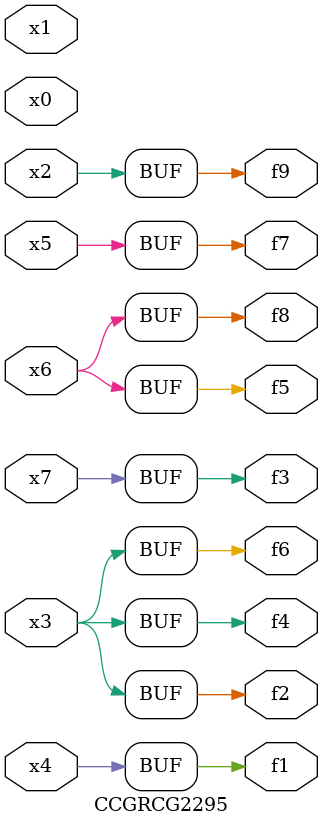
<source format=v>
module CCGRCG2295(
	input x0, x1, x2, x3, x4, x5, x6, x7,
	output f1, f2, f3, f4, f5, f6, f7, f8, f9
);
	assign f1 = x4;
	assign f2 = x3;
	assign f3 = x7;
	assign f4 = x3;
	assign f5 = x6;
	assign f6 = x3;
	assign f7 = x5;
	assign f8 = x6;
	assign f9 = x2;
endmodule

</source>
